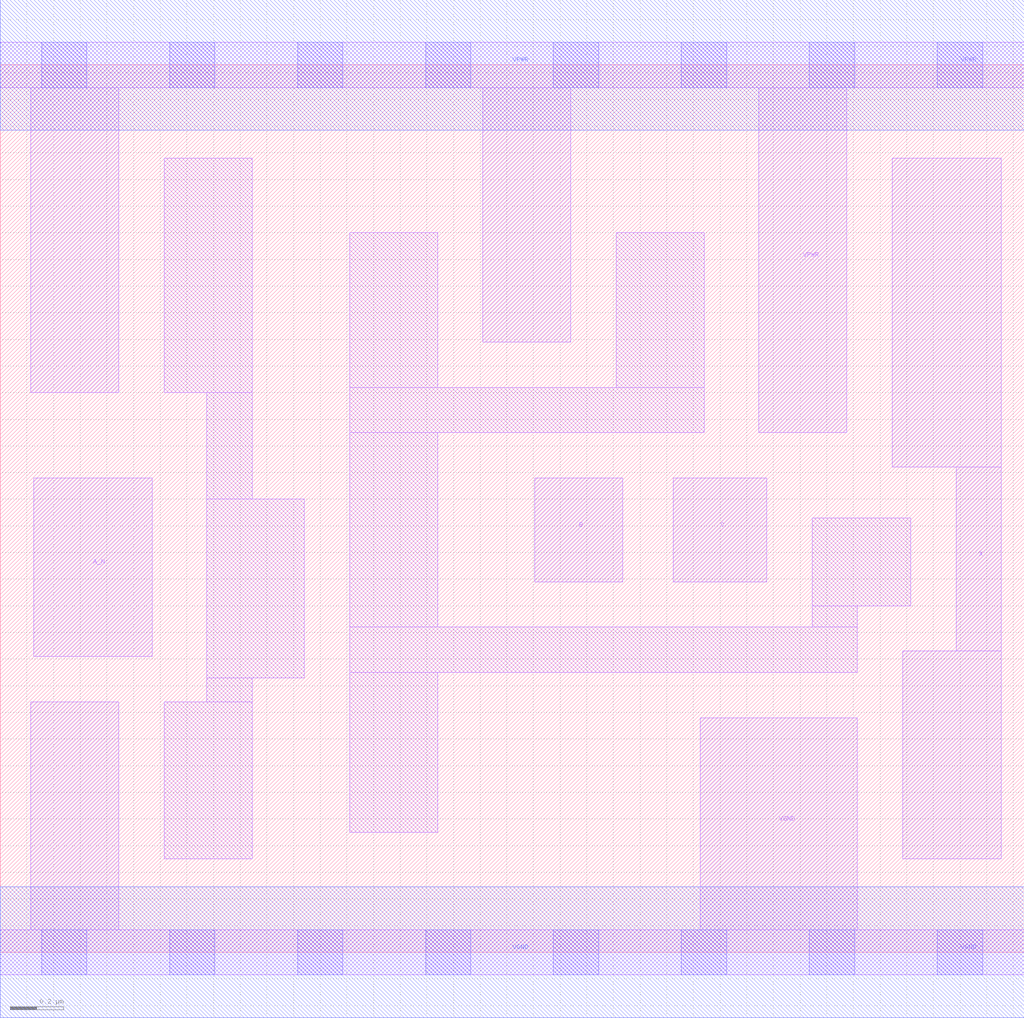
<source format=lef>
# Copyright 2020 The SkyWater PDK Authors
#
# Licensed under the Apache License, Version 2.0 (the "License");
# you may not use this file except in compliance with the License.
# You may obtain a copy of the License at
#
#     https://www.apache.org/licenses/LICENSE-2.0
#
# Unless required by applicable law or agreed to in writing, software
# distributed under the License is distributed on an "AS IS" BASIS,
# WITHOUT WARRANTIES OR CONDITIONS OF ANY KIND, either express or implied.
# See the License for the specific language governing permissions and
# limitations under the License.
#
# SPDX-License-Identifier: Apache-2.0

VERSION 5.7 ;
  NAMESCASESENSITIVE ON ;
  NOWIREEXTENSIONATPIN ON ;
  DIVIDERCHAR "/" ;
  BUSBITCHARS "[]" ;
UNITS
  DATABASE MICRONS 200 ;
END UNITS
MACRO sky130_fd_sc_ms__and3b_1
  CLASS CORE ;
  SOURCE USER ;
  FOREIGN sky130_fd_sc_ms__and3b_1 ;
  ORIGIN  0.000000  0.000000 ;
  SIZE  3.840000 BY  3.330000 ;
  SYMMETRY X Y ;
  SITE unit ;
  PIN A_N
    ANTENNAGATEAREA  0.233700 ;
    DIRECTION INPUT ;
    USE SIGNAL ;
    PORT
      LAYER li1 ;
        RECT 0.125000 1.110000 0.570000 1.780000 ;
    END
  END A_N
  PIN B
    ANTENNAGATEAREA  0.247200 ;
    DIRECTION INPUT ;
    USE SIGNAL ;
    PORT
      LAYER li1 ;
        RECT 2.005000 1.390000 2.335000 1.780000 ;
    END
  END B
  PIN C
    ANTENNAGATEAREA  0.247200 ;
    DIRECTION INPUT ;
    USE SIGNAL ;
    PORT
      LAYER li1 ;
        RECT 2.525000 1.390000 2.875000 1.780000 ;
    END
  END C
  PIN X
    ANTENNADIFFAREA  0.524500 ;
    DIRECTION OUTPUT ;
    USE SIGNAL ;
    PORT
      LAYER li1 ;
        RECT 3.345000 1.820000 3.755000 2.980000 ;
        RECT 3.385000 0.350000 3.755000 1.130000 ;
        RECT 3.585000 1.130000 3.755000 1.820000 ;
    END
  END X
  PIN VGND
    DIRECTION INOUT ;
    USE GROUND ;
    PORT
      LAYER li1 ;
        RECT 0.000000 -0.085000 3.840000 0.085000 ;
        RECT 0.115000  0.085000 0.445000 0.940000 ;
        RECT 2.625000  0.085000 3.215000 0.880000 ;
      LAYER mcon ;
        RECT 0.155000 -0.085000 0.325000 0.085000 ;
        RECT 0.635000 -0.085000 0.805000 0.085000 ;
        RECT 1.115000 -0.085000 1.285000 0.085000 ;
        RECT 1.595000 -0.085000 1.765000 0.085000 ;
        RECT 2.075000 -0.085000 2.245000 0.085000 ;
        RECT 2.555000 -0.085000 2.725000 0.085000 ;
        RECT 3.035000 -0.085000 3.205000 0.085000 ;
        RECT 3.515000 -0.085000 3.685000 0.085000 ;
      LAYER met1 ;
        RECT 0.000000 -0.245000 3.840000 0.245000 ;
    END
  END VGND
  PIN VPWR
    DIRECTION INOUT ;
    USE POWER ;
    PORT
      LAYER li1 ;
        RECT 0.000000 3.245000 3.840000 3.415000 ;
        RECT 0.115000 2.100000 0.445000 3.245000 ;
        RECT 1.810000 2.290000 2.140000 3.245000 ;
        RECT 2.845000 1.950000 3.175000 3.245000 ;
      LAYER mcon ;
        RECT 0.155000 3.245000 0.325000 3.415000 ;
        RECT 0.635000 3.245000 0.805000 3.415000 ;
        RECT 1.115000 3.245000 1.285000 3.415000 ;
        RECT 1.595000 3.245000 1.765000 3.415000 ;
        RECT 2.075000 3.245000 2.245000 3.415000 ;
        RECT 2.555000 3.245000 2.725000 3.415000 ;
        RECT 3.035000 3.245000 3.205000 3.415000 ;
        RECT 3.515000 3.245000 3.685000 3.415000 ;
      LAYER met1 ;
        RECT 0.000000 3.085000 3.840000 3.575000 ;
    END
  END VPWR
  OBS
    LAYER li1 ;
      RECT 0.615000 0.350000 0.945000 0.940000 ;
      RECT 0.615000 2.100000 0.945000 2.980000 ;
      RECT 0.775000 0.940000 0.945000 1.030000 ;
      RECT 0.775000 1.030000 1.140000 1.700000 ;
      RECT 0.775000 1.700000 0.945000 2.100000 ;
      RECT 1.310000 0.450000 1.640000 1.050000 ;
      RECT 1.310000 1.050000 3.215000 1.220000 ;
      RECT 1.310000 1.220000 1.640000 1.950000 ;
      RECT 1.310000 1.950000 2.640000 2.120000 ;
      RECT 1.310000 2.120000 1.640000 2.700000 ;
      RECT 2.310000 2.120000 2.640000 2.700000 ;
      RECT 3.045000 1.220000 3.215000 1.300000 ;
      RECT 3.045000 1.300000 3.415000 1.630000 ;
  END
END sky130_fd_sc_ms__and3b_1

</source>
